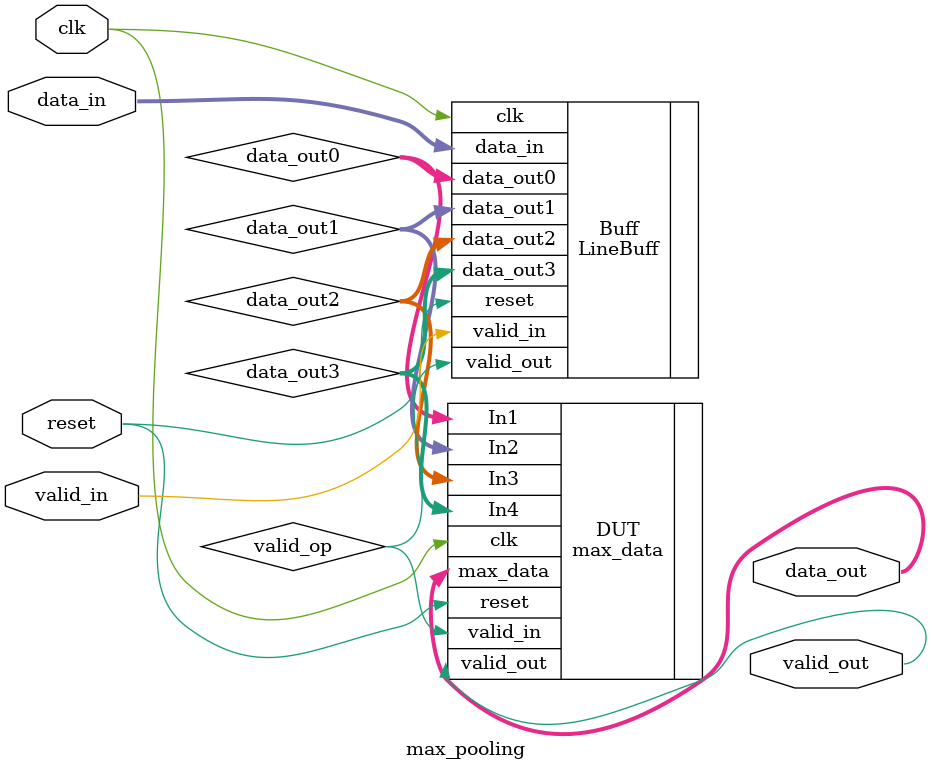
<source format=v>
module max_pooling #(parameter data_width = 32, width = 112
)(
	input[data_width - 1:0] data_in,
	input valid_in, clk, reset,
	output[data_width - 1: 0] data_out,
	output valid_out
);
	wire[data_width - 1:0] data_out0, data_out1, data_out2, data_out3;
	wire valid_op;
	
	LineBuff #(.data_width(data_width), .width(width)) Buff(.data_out0(data_out0), .data_out1(data_out1), .data_out2(data_out2), .data_out3(data_out3), .valid_out(valid_op), .data_in(data_in), .clk(clk), .reset(reset), .valid_in(valid_in));

	max_data #(.data_width(data_width)) DUT(.max_data(data_out), .valid_out(valid_out), .In1(data_out0), .In2(data_out1), .In3(data_out2), .In4(data_out3), .clk(clk), .reset(reset), .valid_in(valid_op));
	
endmodule
</source>
